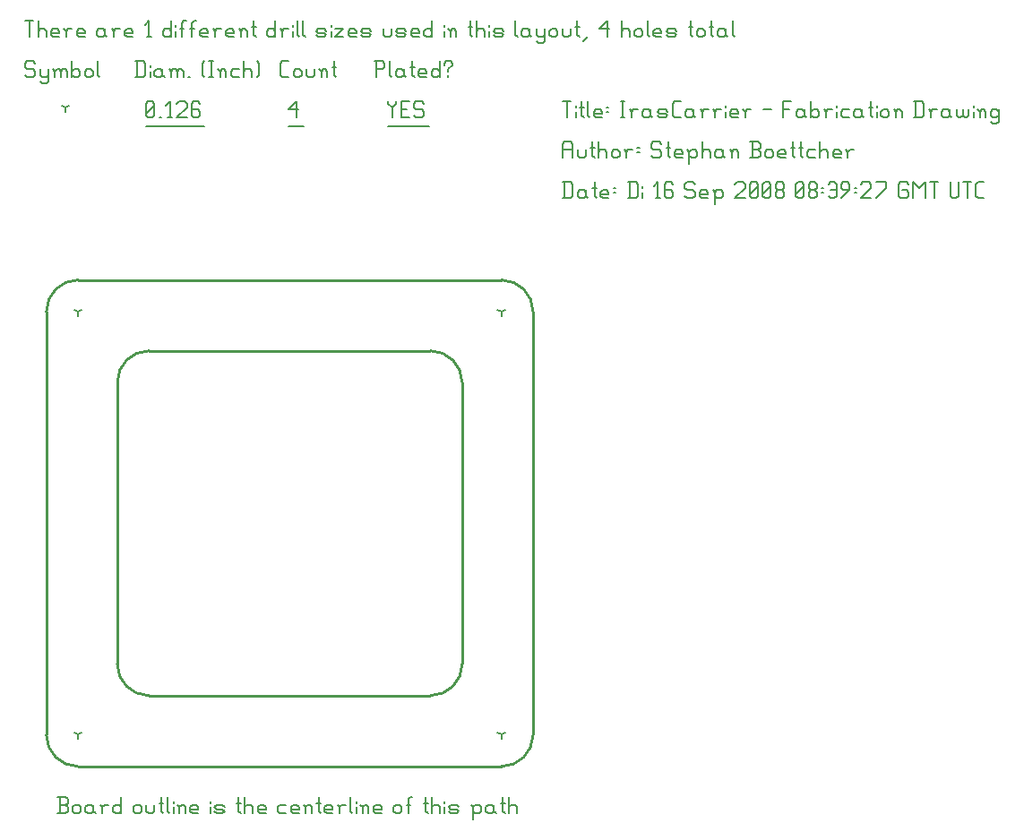
<source format=gbr>
G04 start of page 9 for group -3984 idx -3984 *
G04 Title: IrasCarrier, fab *
G04 Creator: pcb 1.99x *
G04 CreationDate: Di 16 Sep 2008 08:39:27 GMT UTC *
G04 For: stephan *
G04 Format: Gerber/RS-274X *
G04 PCB-Dimensions: 196850 196850 *
G04 PCB-Coordinate-Origin: lower left *
%MOIN*%
%FSLAX24Y24*%
%LNFAB*%
%ADD21C,0.0080*%
%ADD22C,0.0060*%
%ADD23C,0.0100*%
G54D21*X1968Y17716D02*Y17556D01*
Y17716D02*X2107Y17796D01*
X1968Y17716D02*X1829Y17796D01*
X17716Y17716D02*Y17556D01*
Y17716D02*X17855Y17796D01*
X17716Y17716D02*X17577Y17796D01*
X1968Y1968D02*Y1808D01*
Y1968D02*X2107Y2048D01*
X1968Y1968D02*X1829Y2048D01*
X17716Y1968D02*Y1808D01*
Y1968D02*X17855Y2048D01*
X17716Y1968D02*X17577Y2048D01*
X1500Y25310D02*Y25150D01*
Y25310D02*X1638Y25390D01*
X1500Y25310D02*X1361Y25390D01*
G54D22*X13500Y25535D02*Y25460D01*
X13650Y25310D01*
X13800Y25460D01*
Y25535D02*Y25460D01*
X13650Y25310D02*Y24935D01*
X13980Y25235D02*X14205D01*
X13980Y24935D02*X14280D01*
X13980Y25535D02*Y24935D01*
Y25535D02*X14280D01*
X14760D02*X14835Y25460D01*
X14535Y25535D02*X14760D01*
X14460Y25460D02*X14535Y25535D01*
X14460Y25460D02*Y25310D01*
X14535Y25235D01*
X14760D01*
X14835Y25160D01*
Y25010D01*
X14760Y24935D02*X14835Y25010D01*
X14535Y24935D02*X14760D01*
X14460Y25010D02*X14535Y24935D01*
X13500Y24609D02*X15015D01*
X9800Y25235D02*X10100Y25535D01*
X9800Y25235D02*X10175D01*
X10100Y25535D02*Y24935D01*
X9800Y24609D02*X10355D01*
X4500Y25010D02*X4575Y24935D01*
X4500Y25460D02*Y25010D01*
Y25460D02*X4575Y25535D01*
X4725D01*
X4800Y25460D01*
Y25010D01*
X4725Y24935D02*X4800Y25010D01*
X4575Y24935D02*X4725D01*
X4500Y25085D02*X4800Y25385D01*
X4980Y24935D02*X5055D01*
X5310D02*X5460D01*
X5385Y25535D02*Y24935D01*
X5235Y25385D02*X5385Y25535D01*
X5640Y25460D02*X5715Y25535D01*
X5940D01*
X6015Y25460D01*
Y25310D01*
X5640Y24935D02*X6015Y25310D01*
X5640Y24935D02*X6015D01*
X6420Y25535D02*X6495Y25460D01*
X6270Y25535D02*X6420D01*
X6195Y25460D02*X6270Y25535D01*
X6195Y25460D02*Y25010D01*
X6270Y24935D01*
X6420Y25235D02*X6495Y25160D01*
X6195Y25235D02*X6420D01*
X6270Y24935D02*X6420D01*
X6495Y25010D01*
Y25160D02*Y25010D01*
X4500Y24609D02*X6675D01*
X300Y27035D02*X375Y26960D01*
X75Y27035D02*X300D01*
X0Y26960D02*X75Y27035D01*
X0Y26960D02*Y26810D01*
X75Y26735D01*
X300D01*
X375Y26660D01*
Y26510D01*
X300Y26435D02*X375Y26510D01*
X75Y26435D02*X300D01*
X0Y26510D02*X75Y26435D01*
X555Y26735D02*Y26510D01*
X630Y26435D01*
X855Y26735D02*Y26285D01*
X780Y26210D02*X855Y26285D01*
X630Y26210D02*X780D01*
X555Y26285D02*X630Y26210D01*
Y26435D02*X780D01*
X855Y26510D01*
X1110Y26660D02*Y26435D01*
Y26660D02*X1185Y26735D01*
X1260D01*
X1335Y26660D01*
Y26435D01*
Y26660D02*X1410Y26735D01*
X1485D01*
X1560Y26660D01*
Y26435D01*
X1035Y26735D02*X1110Y26660D01*
X1740Y27035D02*Y26435D01*
Y26510D02*X1815Y26435D01*
X1965D01*
X2040Y26510D01*
Y26660D02*Y26510D01*
X1965Y26735D02*X2040Y26660D01*
X1815Y26735D02*X1965D01*
X1740Y26660D02*X1815Y26735D01*
X2220Y26660D02*Y26510D01*
Y26660D02*X2295Y26735D01*
X2445D01*
X2520Y26660D01*
Y26510D01*
X2445Y26435D02*X2520Y26510D01*
X2295Y26435D02*X2445D01*
X2220Y26510D02*X2295Y26435D01*
X2700Y27035D02*Y26510D01*
X2775Y26435D01*
X4175Y27035D02*Y26435D01*
X4400Y27035D02*X4475Y26960D01*
Y26510D01*
X4400Y26435D02*X4475Y26510D01*
X4100Y26435D02*X4400D01*
X4100Y27035D02*X4400D01*
X4655Y26885D02*Y26810D01*
Y26660D02*Y26435D01*
X5030Y26735D02*X5105Y26660D01*
X4880Y26735D02*X5030D01*
X4805Y26660D02*X4880Y26735D01*
X4805Y26660D02*Y26510D01*
X4880Y26435D01*
X5105Y26735D02*Y26510D01*
X5180Y26435D01*
X4880D02*X5030D01*
X5105Y26510D01*
X5435Y26660D02*Y26435D01*
Y26660D02*X5510Y26735D01*
X5585D01*
X5660Y26660D01*
Y26435D01*
Y26660D02*X5735Y26735D01*
X5810D01*
X5885Y26660D01*
Y26435D01*
X5360Y26735D02*X5435Y26660D01*
X6065Y26435D02*X6140D01*
X6590Y26510D02*X6665Y26435D01*
X6590Y26960D02*X6665Y27035D01*
X6590Y26960D02*Y26510D01*
X6845Y27035D02*X6995D01*
X6920D02*Y26435D01*
X6845D02*X6995D01*
X7251Y26660D02*Y26435D01*
Y26660D02*X7326Y26735D01*
X7401D01*
X7476Y26660D01*
Y26435D01*
X7176Y26735D02*X7251Y26660D01*
X7731Y26735D02*X7956D01*
X7656Y26660D02*X7731Y26735D01*
X7656Y26660D02*Y26510D01*
X7731Y26435D01*
X7956D01*
X8136Y27035D02*Y26435D01*
Y26660D02*X8211Y26735D01*
X8361D01*
X8436Y26660D01*
Y26435D01*
X8616Y27035D02*X8691Y26960D01*
Y26510D01*
X8616Y26435D02*X8691Y26510D01*
X9575Y26435D02*X9800D01*
X9500Y26510D02*X9575Y26435D01*
X9500Y26960D02*Y26510D01*
Y26960D02*X9575Y27035D01*
X9800D01*
X9980Y26660D02*Y26510D01*
Y26660D02*X10055Y26735D01*
X10205D01*
X10280Y26660D01*
Y26510D01*
X10205Y26435D02*X10280Y26510D01*
X10055Y26435D02*X10205D01*
X9980Y26510D02*X10055Y26435D01*
X10460Y26735D02*Y26510D01*
X10535Y26435D01*
X10685D01*
X10760Y26510D01*
Y26735D02*Y26510D01*
X11015Y26660D02*Y26435D01*
Y26660D02*X11090Y26735D01*
X11165D01*
X11240Y26660D01*
Y26435D01*
X10940Y26735D02*X11015Y26660D01*
X11495Y27035D02*Y26510D01*
X11570Y26435D01*
X11420Y26810D02*X11570D01*
X13075Y27035D02*Y26435D01*
X13000Y27035D02*X13300D01*
X13375Y26960D01*
Y26810D01*
X13300Y26735D02*X13375Y26810D01*
X13075Y26735D02*X13300D01*
X13555Y27035D02*Y26510D01*
X13630Y26435D01*
X14005Y26735D02*X14080Y26660D01*
X13855Y26735D02*X14005D01*
X13780Y26660D02*X13855Y26735D01*
X13780Y26660D02*Y26510D01*
X13855Y26435D01*
X14080Y26735D02*Y26510D01*
X14155Y26435D01*
X13855D02*X14005D01*
X14080Y26510D01*
X14410Y27035D02*Y26510D01*
X14485Y26435D01*
X14335Y26810D02*X14485D01*
X14710Y26435D02*X14935D01*
X14635Y26510D02*X14710Y26435D01*
X14635Y26660D02*Y26510D01*
Y26660D02*X14710Y26735D01*
X14860D01*
X14935Y26660D01*
X14635Y26585D02*X14935D01*
Y26660D02*Y26585D01*
X15415Y27035D02*Y26435D01*
X15340D02*X15415Y26510D01*
X15190Y26435D02*X15340D01*
X15115Y26510D02*X15190Y26435D01*
X15115Y26660D02*Y26510D01*
Y26660D02*X15190Y26735D01*
X15340D01*
X15415Y26660D01*
X15745Y26735D02*Y26660D01*
Y26510D02*Y26435D01*
X15595Y26960D02*Y26885D01*
Y26960D02*X15670Y27035D01*
X15820D01*
X15895Y26960D01*
Y26885D01*
X15745Y26735D02*X15895Y26885D01*
X0Y28535D02*X300D01*
X150D02*Y27935D01*
X480Y28535D02*Y27935D01*
Y28160D02*X555Y28235D01*
X705D01*
X780Y28160D01*
Y27935D01*
X1035D02*X1260D01*
X960Y28010D02*X1035Y27935D01*
X960Y28160D02*Y28010D01*
Y28160D02*X1035Y28235D01*
X1185D01*
X1260Y28160D01*
X960Y28085D02*X1260D01*
Y28160D02*Y28085D01*
X1515Y28160D02*Y27935D01*
Y28160D02*X1590Y28235D01*
X1740D01*
X1440D02*X1515Y28160D01*
X1995Y27935D02*X2220D01*
X1920Y28010D02*X1995Y27935D01*
X1920Y28160D02*Y28010D01*
Y28160D02*X1995Y28235D01*
X2145D01*
X2220Y28160D01*
X1920Y28085D02*X2220D01*
Y28160D02*Y28085D01*
X2895Y28235D02*X2970Y28160D01*
X2745Y28235D02*X2895D01*
X2670Y28160D02*X2745Y28235D01*
X2670Y28160D02*Y28010D01*
X2745Y27935D01*
X2970Y28235D02*Y28010D01*
X3045Y27935D01*
X2745D02*X2895D01*
X2970Y28010D01*
X3300Y28160D02*Y27935D01*
Y28160D02*X3375Y28235D01*
X3525D01*
X3225D02*X3300Y28160D01*
X3781Y27935D02*X4006D01*
X3706Y28010D02*X3781Y27935D01*
X3706Y28160D02*Y28010D01*
Y28160D02*X3781Y28235D01*
X3931D01*
X4006Y28160D01*
X3706Y28085D02*X4006D01*
Y28160D02*Y28085D01*
X4531Y27935D02*X4681D01*
X4606Y28535D02*Y27935D01*
X4456Y28385D02*X4606Y28535D01*
X5431D02*Y27935D01*
X5356D02*X5431Y28010D01*
X5206Y27935D02*X5356D01*
X5131Y28010D02*X5206Y27935D01*
X5131Y28160D02*Y28010D01*
Y28160D02*X5206Y28235D01*
X5356D01*
X5431Y28160D01*
X5611Y28385D02*Y28310D01*
Y28160D02*Y27935D01*
X5836Y28460D02*Y27935D01*
Y28460D02*X5911Y28535D01*
X5986D01*
X5761Y28235D02*X5911D01*
X6211Y28460D02*Y27935D01*
Y28460D02*X6286Y28535D01*
X6361D01*
X6136Y28235D02*X6286D01*
X6586Y27935D02*X6811D01*
X6511Y28010D02*X6586Y27935D01*
X6511Y28160D02*Y28010D01*
Y28160D02*X6586Y28235D01*
X6736D01*
X6811Y28160D01*
X6511Y28085D02*X6811D01*
Y28160D02*Y28085D01*
X7067Y28160D02*Y27935D01*
Y28160D02*X7142Y28235D01*
X7292D01*
X6992D02*X7067Y28160D01*
X7547Y27935D02*X7772D01*
X7472Y28010D02*X7547Y27935D01*
X7472Y28160D02*Y28010D01*
Y28160D02*X7547Y28235D01*
X7697D01*
X7772Y28160D01*
X7472Y28085D02*X7772D01*
Y28160D02*Y28085D01*
X8027Y28160D02*Y27935D01*
Y28160D02*X8102Y28235D01*
X8177D01*
X8252Y28160D01*
Y27935D01*
X7952Y28235D02*X8027Y28160D01*
X8507Y28535D02*Y28010D01*
X8582Y27935D01*
X8432Y28310D02*X8582D01*
X9302Y28535D02*Y27935D01*
X9227D02*X9302Y28010D01*
X9077Y27935D02*X9227D01*
X9002Y28010D02*X9077Y27935D01*
X9002Y28160D02*Y28010D01*
Y28160D02*X9077Y28235D01*
X9227D01*
X9302Y28160D01*
X9557D02*Y27935D01*
Y28160D02*X9632Y28235D01*
X9782D01*
X9482D02*X9557Y28160D01*
X9963Y28385D02*Y28310D01*
Y28160D02*Y27935D01*
X10113Y28535D02*Y28010D01*
X10188Y27935D01*
X10338Y28535D02*Y28010D01*
X10413Y27935D01*
X10908D02*X11133D01*
X11208Y28010D01*
X11133Y28085D02*X11208Y28010D01*
X10908Y28085D02*X11133D01*
X10833Y28160D02*X10908Y28085D01*
X10833Y28160D02*X10908Y28235D01*
X11133D01*
X11208Y28160D01*
X10833Y28010D02*X10908Y27935D01*
X11388Y28385D02*Y28310D01*
Y28160D02*Y27935D01*
X11538Y28235D02*X11838D01*
X11538Y27935D02*X11838Y28235D01*
X11538Y27935D02*X11838D01*
X12093D02*X12318D01*
X12018Y28010D02*X12093Y27935D01*
X12018Y28160D02*Y28010D01*
Y28160D02*X12093Y28235D01*
X12243D01*
X12318Y28160D01*
X12018Y28085D02*X12318D01*
Y28160D02*Y28085D01*
X12574Y27935D02*X12799D01*
X12874Y28010D01*
X12799Y28085D02*X12874Y28010D01*
X12574Y28085D02*X12799D01*
X12499Y28160D02*X12574Y28085D01*
X12499Y28160D02*X12574Y28235D01*
X12799D01*
X12874Y28160D01*
X12499Y28010D02*X12574Y27935D01*
X13324Y28235D02*Y28010D01*
X13399Y27935D01*
X13549D01*
X13624Y28010D01*
Y28235D02*Y28010D01*
X13879Y27935D02*X14104D01*
X14179Y28010D01*
X14104Y28085D02*X14179Y28010D01*
X13879Y28085D02*X14104D01*
X13804Y28160D02*X13879Y28085D01*
X13804Y28160D02*X13879Y28235D01*
X14104D01*
X14179Y28160D01*
X13804Y28010D02*X13879Y27935D01*
X14434D02*X14659D01*
X14359Y28010D02*X14434Y27935D01*
X14359Y28160D02*Y28010D01*
Y28160D02*X14434Y28235D01*
X14584D01*
X14659Y28160D01*
X14359Y28085D02*X14659D01*
Y28160D02*Y28085D01*
X15139Y28535D02*Y27935D01*
X15064D02*X15139Y28010D01*
X14914Y27935D02*X15064D01*
X14839Y28010D02*X14914Y27935D01*
X14839Y28160D02*Y28010D01*
Y28160D02*X14914Y28235D01*
X15064D01*
X15139Y28160D01*
X15589Y28385D02*Y28310D01*
Y28160D02*Y27935D01*
X15814Y28160D02*Y27935D01*
Y28160D02*X15889Y28235D01*
X15964D01*
X16039Y28160D01*
Y27935D01*
X15739Y28235D02*X15814Y28160D01*
X16565Y28535D02*Y28010D01*
X16640Y27935D01*
X16490Y28310D02*X16640D01*
X16790Y28535D02*Y27935D01*
Y28160D02*X16865Y28235D01*
X17015D01*
X17090Y28160D01*
Y27935D01*
X17270Y28385D02*Y28310D01*
Y28160D02*Y27935D01*
X17495D02*X17720D01*
X17795Y28010D01*
X17720Y28085D02*X17795Y28010D01*
X17495Y28085D02*X17720D01*
X17420Y28160D02*X17495Y28085D01*
X17420Y28160D02*X17495Y28235D01*
X17720D01*
X17795Y28160D01*
X17420Y28010D02*X17495Y27935D01*
X18245Y28535D02*Y28010D01*
X18320Y27935D01*
X18695Y28235D02*X18770Y28160D01*
X18545Y28235D02*X18695D01*
X18470Y28160D02*X18545Y28235D01*
X18470Y28160D02*Y28010D01*
X18545Y27935D01*
X18770Y28235D02*Y28010D01*
X18845Y27935D01*
X18545D02*X18695D01*
X18770Y28010D01*
X19026Y28235D02*Y28010D01*
X19101Y27935D01*
X19326Y28235D02*Y27785D01*
X19251Y27710D02*X19326Y27785D01*
X19101Y27710D02*X19251D01*
X19026Y27785D02*X19101Y27710D01*
Y27935D02*X19251D01*
X19326Y28010D01*
X19506Y28160D02*Y28010D01*
Y28160D02*X19581Y28235D01*
X19731D01*
X19806Y28160D01*
Y28010D01*
X19731Y27935D02*X19806Y28010D01*
X19581Y27935D02*X19731D01*
X19506Y28010D02*X19581Y27935D01*
X19986Y28235D02*Y28010D01*
X20061Y27935D01*
X20211D01*
X20286Y28010D01*
Y28235D02*Y28010D01*
X20541Y28535D02*Y28010D01*
X20616Y27935D01*
X20466Y28310D02*X20616D01*
X20766Y27785D02*X20916Y27935D01*
X21366Y28235D02*X21666Y28535D01*
X21366Y28235D02*X21741D01*
X21666Y28535D02*Y27935D01*
X22191Y28535D02*Y27935D01*
Y28160D02*X22266Y28235D01*
X22416D01*
X22491Y28160D01*
Y27935D01*
X22672Y28160D02*Y28010D01*
Y28160D02*X22747Y28235D01*
X22897D01*
X22972Y28160D01*
Y28010D01*
X22897Y27935D02*X22972Y28010D01*
X22747Y27935D02*X22897D01*
X22672Y28010D02*X22747Y27935D01*
X23152Y28535D02*Y28010D01*
X23227Y27935D01*
X23452D02*X23677D01*
X23377Y28010D02*X23452Y27935D01*
X23377Y28160D02*Y28010D01*
Y28160D02*X23452Y28235D01*
X23602D01*
X23677Y28160D01*
X23377Y28085D02*X23677D01*
Y28160D02*Y28085D01*
X23932Y27935D02*X24157D01*
X24232Y28010D01*
X24157Y28085D02*X24232Y28010D01*
X23932Y28085D02*X24157D01*
X23857Y28160D02*X23932Y28085D01*
X23857Y28160D02*X23932Y28235D01*
X24157D01*
X24232Y28160D01*
X23857Y28010D02*X23932Y27935D01*
X24757Y28535D02*Y28010D01*
X24832Y27935D01*
X24682Y28310D02*X24832D01*
X24982Y28160D02*Y28010D01*
Y28160D02*X25057Y28235D01*
X25207D01*
X25282Y28160D01*
Y28010D01*
X25207Y27935D02*X25282Y28010D01*
X25057Y27935D02*X25207D01*
X24982Y28010D02*X25057Y27935D01*
X25537Y28535D02*Y28010D01*
X25612Y27935D01*
X25462Y28310D02*X25612D01*
X25988Y28235D02*X26063Y28160D01*
X25838Y28235D02*X25988D01*
X25763Y28160D02*X25838Y28235D01*
X25763Y28160D02*Y28010D01*
X25838Y27935D01*
X26063Y28235D02*Y28010D01*
X26138Y27935D01*
X25838D02*X25988D01*
X26063Y28010D01*
X26318Y28535D02*Y28010D01*
X26393Y27935D01*
G54D23*X3425Y4606D02*Y15078D01*
X15078Y3425D02*X4606D01*
X16259Y15078D02*Y4606D01*
X4606Y16259D02*X15078D01*
X787Y1968D02*Y17716D01*
X17716Y787D02*X1968D01*
X18897Y17716D02*Y1968D01*
X1968Y18897D02*X17716D01*
X4606Y3425D02*G75*G02X3425Y4606I0J1181D01*G01*
X16259D02*G75*G02X15078Y3425I-1181J0D01*G01*
X16259Y15078D02*G75*G03X15078Y16259I-1181J0D01*G01*
X3425Y15078D02*G75*G02X4606Y16259I1181J0D01*G01*
X1968Y787D02*G75*G02X787Y1968I0J1181D01*G01*
X18897D02*G75*G02X17716Y787I-1181J0D01*G01*
Y18897D02*G75*G02X18897Y17716I0J-1181D01*G01*
X787D02*G75*G02X1968Y18897I1181J0D01*G01*
G54D22*X1207Y-950D02*X1507D01*
X1582Y-875D01*
Y-725D02*Y-875D01*
X1507Y-650D02*X1582Y-725D01*
X1282Y-650D02*X1507D01*
X1282Y-350D02*Y-950D01*
X1207Y-350D02*X1507D01*
X1582Y-425D01*
Y-575D01*
X1507Y-650D02*X1582Y-575D01*
X1762Y-725D02*Y-875D01*
Y-725D02*X1837Y-650D01*
X1987D01*
X2062Y-725D01*
Y-875D01*
X1987Y-950D02*X2062Y-875D01*
X1837Y-950D02*X1987D01*
X1762Y-875D02*X1837Y-950D01*
X2467Y-650D02*X2542Y-725D01*
X2317Y-650D02*X2467D01*
X2242Y-725D02*X2317Y-650D01*
X2242Y-725D02*Y-875D01*
X2317Y-950D01*
X2542Y-650D02*Y-875D01*
X2617Y-950D01*
X2317D02*X2467D01*
X2542Y-875D01*
X2872Y-725D02*Y-950D01*
Y-725D02*X2947Y-650D01*
X3097D01*
X2797D02*X2872Y-725D01*
X3577Y-350D02*Y-950D01*
X3502D02*X3577Y-875D01*
X3352Y-950D02*X3502D01*
X3277Y-875D02*X3352Y-950D01*
X3277Y-725D02*Y-875D01*
Y-725D02*X3352Y-650D01*
X3502D01*
X3577Y-725D01*
X4028D02*Y-875D01*
Y-725D02*X4103Y-650D01*
X4253D01*
X4328Y-725D01*
Y-875D01*
X4253Y-950D02*X4328Y-875D01*
X4103Y-950D02*X4253D01*
X4028Y-875D02*X4103Y-950D01*
X4508Y-650D02*Y-875D01*
X4583Y-950D01*
X4733D01*
X4808Y-875D01*
Y-650D02*Y-875D01*
X5063Y-350D02*Y-875D01*
X5138Y-950D01*
X4988Y-575D02*X5138D01*
X5288Y-350D02*Y-875D01*
X5363Y-950D01*
X5513Y-500D02*Y-575D01*
Y-725D02*Y-950D01*
X5738Y-725D02*Y-950D01*
Y-725D02*X5813Y-650D01*
X5888D01*
X5963Y-725D01*
Y-950D01*
X5663Y-650D02*X5738Y-725D01*
X6218Y-950D02*X6443D01*
X6143Y-875D02*X6218Y-950D01*
X6143Y-725D02*Y-875D01*
Y-725D02*X6218Y-650D01*
X6368D01*
X6443Y-725D01*
X6143Y-800D02*X6443D01*
Y-725D02*Y-800D01*
X6894Y-500D02*Y-575D01*
Y-725D02*Y-950D01*
X7119D02*X7344D01*
X7419Y-875D01*
X7344Y-800D02*X7419Y-875D01*
X7119Y-800D02*X7344D01*
X7044Y-725D02*X7119Y-800D01*
X7044Y-725D02*X7119Y-650D01*
X7344D01*
X7419Y-725D01*
X7044Y-875D02*X7119Y-950D01*
X7944Y-350D02*Y-875D01*
X8019Y-950D01*
X7869Y-575D02*X8019D01*
X8169Y-350D02*Y-950D01*
Y-725D02*X8244Y-650D01*
X8394D01*
X8469Y-725D01*
Y-950D01*
X8724D02*X8949D01*
X8649Y-875D02*X8724Y-950D01*
X8649Y-725D02*Y-875D01*
Y-725D02*X8724Y-650D01*
X8874D01*
X8949Y-725D01*
X8649Y-800D02*X8949D01*
Y-725D02*Y-800D01*
X9474Y-650D02*X9699D01*
X9399Y-725D02*X9474Y-650D01*
X9399Y-725D02*Y-875D01*
X9474Y-950D01*
X9699D01*
X9955D02*X10180D01*
X9880Y-875D02*X9955Y-950D01*
X9880Y-725D02*Y-875D01*
Y-725D02*X9955Y-650D01*
X10105D01*
X10180Y-725D01*
X9880Y-800D02*X10180D01*
Y-725D02*Y-800D01*
X10435Y-725D02*Y-950D01*
Y-725D02*X10510Y-650D01*
X10585D01*
X10660Y-725D01*
Y-950D01*
X10360Y-650D02*X10435Y-725D01*
X10915Y-350D02*Y-875D01*
X10990Y-950D01*
X10840Y-575D02*X10990D01*
X11215Y-950D02*X11440D01*
X11140Y-875D02*X11215Y-950D01*
X11140Y-725D02*Y-875D01*
Y-725D02*X11215Y-650D01*
X11365D01*
X11440Y-725D01*
X11140Y-800D02*X11440D01*
Y-725D02*Y-800D01*
X11695Y-725D02*Y-950D01*
Y-725D02*X11770Y-650D01*
X11920D01*
X11620D02*X11695Y-725D01*
X12100Y-350D02*Y-875D01*
X12175Y-950D01*
X12325Y-500D02*Y-575D01*
Y-725D02*Y-950D01*
X12551Y-725D02*Y-950D01*
Y-725D02*X12626Y-650D01*
X12701D01*
X12776Y-725D01*
Y-950D01*
X12476Y-650D02*X12551Y-725D01*
X13031Y-950D02*X13256D01*
X12956Y-875D02*X13031Y-950D01*
X12956Y-725D02*Y-875D01*
Y-725D02*X13031Y-650D01*
X13181D01*
X13256Y-725D01*
X12956Y-800D02*X13256D01*
Y-725D02*Y-800D01*
X13706Y-725D02*Y-875D01*
Y-725D02*X13781Y-650D01*
X13931D01*
X14006Y-725D01*
Y-875D01*
X13931Y-950D02*X14006Y-875D01*
X13781Y-950D02*X13931D01*
X13706Y-875D02*X13781Y-950D01*
X14261Y-425D02*Y-950D01*
Y-425D02*X14336Y-350D01*
X14411D01*
X14186Y-650D02*X14336D01*
X14906Y-350D02*Y-875D01*
X14981Y-950D01*
X14831Y-575D02*X14981D01*
X15131Y-350D02*Y-950D01*
Y-725D02*X15206Y-650D01*
X15356D01*
X15431Y-725D01*
Y-950D01*
X15611Y-500D02*Y-575D01*
Y-725D02*Y-950D01*
X15837D02*X16062D01*
X16137Y-875D01*
X16062Y-800D02*X16137Y-875D01*
X15837Y-800D02*X16062D01*
X15762Y-725D02*X15837Y-800D01*
X15762Y-725D02*X15837Y-650D01*
X16062D01*
X16137Y-725D01*
X15762Y-875D02*X15837Y-950D01*
X16662Y-725D02*Y-1175D01*
X16587Y-650D02*X16662Y-725D01*
X16737Y-650D01*
X16887D01*
X16962Y-725D01*
Y-875D01*
X16887Y-950D02*X16962Y-875D01*
X16737Y-950D02*X16887D01*
X16662Y-875D02*X16737Y-950D01*
X17367Y-650D02*X17442Y-725D01*
X17217Y-650D02*X17367D01*
X17142Y-725D02*X17217Y-650D01*
X17142Y-725D02*Y-875D01*
X17217Y-950D01*
X17442Y-650D02*Y-875D01*
X17517Y-950D01*
X17217D02*X17367D01*
X17442Y-875D01*
X17772Y-350D02*Y-875D01*
X17847Y-950D01*
X17697Y-575D02*X17847D01*
X17997Y-350D02*Y-950D01*
Y-725D02*X18072Y-650D01*
X18222D01*
X18297Y-725D01*
Y-950D01*
X20075Y22535D02*Y21935D01*
X20300Y22535D02*X20375Y22460D01*
Y22010D01*
X20300Y21935D02*X20375Y22010D01*
X20000Y21935D02*X20300D01*
X20000Y22535D02*X20300D01*
X20780Y22235D02*X20855Y22160D01*
X20630Y22235D02*X20780D01*
X20555Y22160D02*X20630Y22235D01*
X20555Y22160D02*Y22010D01*
X20630Y21935D01*
X20855Y22235D02*Y22010D01*
X20930Y21935D01*
X20630D02*X20780D01*
X20855Y22010D01*
X21185Y22535D02*Y22010D01*
X21260Y21935D01*
X21110Y22310D02*X21260D01*
X21485Y21935D02*X21710D01*
X21410Y22010D02*X21485Y21935D01*
X21410Y22160D02*Y22010D01*
Y22160D02*X21485Y22235D01*
X21635D01*
X21710Y22160D01*
X21410Y22085D02*X21710D01*
Y22160D02*Y22085D01*
X21890Y22310D02*X21965D01*
X21890Y22160D02*X21965D01*
X22490Y22535D02*Y21935D01*
X22715Y22535D02*X22790Y22460D01*
Y22010D01*
X22715Y21935D02*X22790Y22010D01*
X22415Y21935D02*X22715D01*
X22415Y22535D02*X22715D01*
X22970Y22385D02*Y22310D01*
Y22160D02*Y21935D01*
X23466D02*X23616D01*
X23541Y22535D02*Y21935D01*
X23391Y22385D02*X23541Y22535D01*
X24021D02*X24096Y22460D01*
X23871Y22535D02*X24021D01*
X23796Y22460D02*X23871Y22535D01*
X23796Y22460D02*Y22010D01*
X23871Y21935D01*
X24021Y22235D02*X24096Y22160D01*
X23796Y22235D02*X24021D01*
X23871Y21935D02*X24021D01*
X24096Y22010D01*
Y22160D02*Y22010D01*
X24846Y22535D02*X24921Y22460D01*
X24621Y22535D02*X24846D01*
X24546Y22460D02*X24621Y22535D01*
X24546Y22460D02*Y22310D01*
X24621Y22235D01*
X24846D01*
X24921Y22160D01*
Y22010D01*
X24846Y21935D02*X24921Y22010D01*
X24621Y21935D02*X24846D01*
X24546Y22010D02*X24621Y21935D01*
X25176D02*X25401D01*
X25101Y22010D02*X25176Y21935D01*
X25101Y22160D02*Y22010D01*
Y22160D02*X25176Y22235D01*
X25326D01*
X25401Y22160D01*
X25101Y22085D02*X25401D01*
Y22160D02*Y22085D01*
X25656Y22160D02*Y21710D01*
X25581Y22235D02*X25656Y22160D01*
X25731Y22235D01*
X25881D01*
X25956Y22160D01*
Y22010D01*
X25881Y21935D02*X25956Y22010D01*
X25731Y21935D02*X25881D01*
X25656Y22010D02*X25731Y21935D01*
X26406Y22460D02*X26481Y22535D01*
X26706D01*
X26781Y22460D01*
Y22310D01*
X26406Y21935D02*X26781Y22310D01*
X26406Y21935D02*X26781D01*
X26961Y22010D02*X27036Y21935D01*
X26961Y22460D02*Y22010D01*
Y22460D02*X27036Y22535D01*
X27186D01*
X27261Y22460D01*
Y22010D01*
X27186Y21935D02*X27261Y22010D01*
X27036Y21935D02*X27186D01*
X26961Y22085D02*X27261Y22385D01*
X27442Y22010D02*X27517Y21935D01*
X27442Y22460D02*Y22010D01*
Y22460D02*X27517Y22535D01*
X27667D01*
X27742Y22460D01*
Y22010D01*
X27667Y21935D02*X27742Y22010D01*
X27517Y21935D02*X27667D01*
X27442Y22085D02*X27742Y22385D01*
X27922Y22010D02*X27997Y21935D01*
X27922Y22160D02*Y22010D01*
Y22160D02*X27997Y22235D01*
X28147D01*
X28222Y22160D01*
Y22010D01*
X28147Y21935D02*X28222Y22010D01*
X27997Y21935D02*X28147D01*
X27922Y22310D02*X27997Y22235D01*
X27922Y22460D02*Y22310D01*
Y22460D02*X27997Y22535D01*
X28147D01*
X28222Y22460D01*
Y22310D01*
X28147Y22235D02*X28222Y22310D01*
X28672Y22010D02*X28747Y21935D01*
X28672Y22460D02*Y22010D01*
Y22460D02*X28747Y22535D01*
X28897D01*
X28972Y22460D01*
Y22010D01*
X28897Y21935D02*X28972Y22010D01*
X28747Y21935D02*X28897D01*
X28672Y22085D02*X28972Y22385D01*
X29152Y22010D02*X29227Y21935D01*
X29152Y22160D02*Y22010D01*
Y22160D02*X29227Y22235D01*
X29377D01*
X29452Y22160D01*
Y22010D01*
X29377Y21935D02*X29452Y22010D01*
X29227Y21935D02*X29377D01*
X29152Y22310D02*X29227Y22235D01*
X29152Y22460D02*Y22310D01*
Y22460D02*X29227Y22535D01*
X29377D01*
X29452Y22460D01*
Y22310D01*
X29377Y22235D02*X29452Y22310D01*
X29632D02*X29707D01*
X29632Y22160D02*X29707D01*
X29887Y22460D02*X29962Y22535D01*
X30112D01*
X30187Y22460D01*
Y22010D01*
X30112Y21935D02*X30187Y22010D01*
X29962Y21935D02*X30112D01*
X29887Y22010D02*X29962Y21935D01*
Y22235D02*X30187D01*
X30368Y21935D02*X30668Y22235D01*
Y22460D02*Y22235D01*
X30593Y22535D02*X30668Y22460D01*
X30443Y22535D02*X30593D01*
X30368Y22460D02*X30443Y22535D01*
X30368Y22460D02*Y22310D01*
X30443Y22235D01*
X30668D01*
X30848Y22310D02*X30923D01*
X30848Y22160D02*X30923D01*
X31103Y22460D02*X31178Y22535D01*
X31403D01*
X31478Y22460D01*
Y22310D01*
X31103Y21935D02*X31478Y22310D01*
X31103Y21935D02*X31478D01*
X31658D02*X32033Y22310D01*
Y22535D02*Y22310D01*
X31658Y22535D02*X32033D01*
X32783D02*X32858Y22460D01*
X32558Y22535D02*X32783D01*
X32483Y22460D02*X32558Y22535D01*
X32483Y22460D02*Y22010D01*
X32558Y21935D01*
X32783D01*
X32858Y22010D01*
Y22160D02*Y22010D01*
X32783Y22235D02*X32858Y22160D01*
X32633Y22235D02*X32783D01*
X33038Y22535D02*Y21935D01*
Y22535D02*X33263Y22310D01*
X33488Y22535D01*
Y21935D01*
X33668Y22535D02*X33968D01*
X33818D02*Y21935D01*
X34419Y22535D02*Y22010D01*
X34494Y21935D01*
X34644D01*
X34719Y22010D01*
Y22535D02*Y22010D01*
X34899Y22535D02*X35199D01*
X35049D02*Y21935D01*
X35454D02*X35679D01*
X35379Y22010D02*X35454Y21935D01*
X35379Y22460D02*Y22010D01*
Y22460D02*X35454Y22535D01*
X35679D01*
X20000Y23960D02*Y23435D01*
Y23960D02*X20075Y24035D01*
X20300D01*
X20375Y23960D01*
Y23435D01*
X20000Y23735D02*X20375D01*
X20555D02*Y23510D01*
X20630Y23435D01*
X20780D01*
X20855Y23510D01*
Y23735D02*Y23510D01*
X21110Y24035D02*Y23510D01*
X21185Y23435D01*
X21035Y23810D02*X21185D01*
X21335Y24035D02*Y23435D01*
Y23660D02*X21410Y23735D01*
X21560D01*
X21635Y23660D01*
Y23435D01*
X21815Y23660D02*Y23510D01*
Y23660D02*X21890Y23735D01*
X22040D01*
X22115Y23660D01*
Y23510D01*
X22040Y23435D02*X22115Y23510D01*
X21890Y23435D02*X22040D01*
X21815Y23510D02*X21890Y23435D01*
X22370Y23660D02*Y23435D01*
Y23660D02*X22445Y23735D01*
X22595D01*
X22295D02*X22370Y23660D01*
X22775Y23810D02*X22850D01*
X22775Y23660D02*X22850D01*
X23601Y24035D02*X23676Y23960D01*
X23376Y24035D02*X23601D01*
X23301Y23960D02*X23376Y24035D01*
X23301Y23960D02*Y23810D01*
X23376Y23735D01*
X23601D01*
X23676Y23660D01*
Y23510D01*
X23601Y23435D02*X23676Y23510D01*
X23376Y23435D02*X23601D01*
X23301Y23510D02*X23376Y23435D01*
X23931Y24035D02*Y23510D01*
X24006Y23435D01*
X23856Y23810D02*X24006D01*
X24231Y23435D02*X24456D01*
X24156Y23510D02*X24231Y23435D01*
X24156Y23660D02*Y23510D01*
Y23660D02*X24231Y23735D01*
X24381D01*
X24456Y23660D01*
X24156Y23585D02*X24456D01*
Y23660D02*Y23585D01*
X24711Y23660D02*Y23210D01*
X24636Y23735D02*X24711Y23660D01*
X24786Y23735D01*
X24936D01*
X25011Y23660D01*
Y23510D01*
X24936Y23435D02*X25011Y23510D01*
X24786Y23435D02*X24936D01*
X24711Y23510D02*X24786Y23435D01*
X25191Y24035D02*Y23435D01*
Y23660D02*X25266Y23735D01*
X25416D01*
X25491Y23660D01*
Y23435D01*
X25896Y23735D02*X25971Y23660D01*
X25746Y23735D02*X25896D01*
X25671Y23660D02*X25746Y23735D01*
X25671Y23660D02*Y23510D01*
X25746Y23435D01*
X25971Y23735D02*Y23510D01*
X26046Y23435D01*
X25746D02*X25896D01*
X25971Y23510D01*
X26301Y23660D02*Y23435D01*
Y23660D02*X26376Y23735D01*
X26451D01*
X26526Y23660D01*
Y23435D01*
X26226Y23735D02*X26301Y23660D01*
X26977Y23435D02*X27277D01*
X27352Y23510D01*
Y23660D02*Y23510D01*
X27277Y23735D02*X27352Y23660D01*
X27052Y23735D02*X27277D01*
X27052Y24035D02*Y23435D01*
X26977Y24035D02*X27277D01*
X27352Y23960D01*
Y23810D01*
X27277Y23735D02*X27352Y23810D01*
X27532Y23660D02*Y23510D01*
Y23660D02*X27607Y23735D01*
X27757D01*
X27832Y23660D01*
Y23510D01*
X27757Y23435D02*X27832Y23510D01*
X27607Y23435D02*X27757D01*
X27532Y23510D02*X27607Y23435D01*
X28087D02*X28312D01*
X28012Y23510D02*X28087Y23435D01*
X28012Y23660D02*Y23510D01*
Y23660D02*X28087Y23735D01*
X28237D01*
X28312Y23660D01*
X28012Y23585D02*X28312D01*
Y23660D02*Y23585D01*
X28567Y24035D02*Y23510D01*
X28642Y23435D01*
X28492Y23810D02*X28642D01*
X28867Y24035D02*Y23510D01*
X28942Y23435D01*
X28792Y23810D02*X28942D01*
X29167Y23735D02*X29392D01*
X29092Y23660D02*X29167Y23735D01*
X29092Y23660D02*Y23510D01*
X29167Y23435D01*
X29392D01*
X29573Y24035D02*Y23435D01*
Y23660D02*X29648Y23735D01*
X29798D01*
X29873Y23660D01*
Y23435D01*
X30128D02*X30353D01*
X30053Y23510D02*X30128Y23435D01*
X30053Y23660D02*Y23510D01*
Y23660D02*X30128Y23735D01*
X30278D01*
X30353Y23660D01*
X30053Y23585D02*X30353D01*
Y23660D02*Y23585D01*
X30608Y23660D02*Y23435D01*
Y23660D02*X30683Y23735D01*
X30833D01*
X30533D02*X30608Y23660D01*
X20000Y25535D02*X20300D01*
X20150D02*Y24935D01*
X20480Y25385D02*Y25310D01*
Y25160D02*Y24935D01*
X20705Y25535D02*Y25010D01*
X20780Y24935D01*
X20630Y25310D02*X20780D01*
X20930Y25535D02*Y25010D01*
X21005Y24935D01*
X21230D02*X21455D01*
X21155Y25010D02*X21230Y24935D01*
X21155Y25160D02*Y25010D01*
Y25160D02*X21230Y25235D01*
X21380D01*
X21455Y25160D01*
X21155Y25085D02*X21455D01*
Y25160D02*Y25085D01*
X21635Y25310D02*X21710D01*
X21635Y25160D02*X21710D01*
X22160Y25535D02*X22310D01*
X22235D02*Y24935D01*
X22160D02*X22310D01*
X22566Y25160D02*Y24935D01*
Y25160D02*X22641Y25235D01*
X22791D01*
X22491D02*X22566Y25160D01*
X23196Y25235D02*X23271Y25160D01*
X23046Y25235D02*X23196D01*
X22971Y25160D02*X23046Y25235D01*
X22971Y25160D02*Y25010D01*
X23046Y24935D01*
X23271Y25235D02*Y25010D01*
X23346Y24935D01*
X23046D02*X23196D01*
X23271Y25010D01*
X23601Y24935D02*X23826D01*
X23901Y25010D01*
X23826Y25085D02*X23901Y25010D01*
X23601Y25085D02*X23826D01*
X23526Y25160D02*X23601Y25085D01*
X23526Y25160D02*X23601Y25235D01*
X23826D01*
X23901Y25160D01*
X23526Y25010D02*X23601Y24935D01*
X24156D02*X24381D01*
X24081Y25010D02*X24156Y24935D01*
X24081Y25460D02*Y25010D01*
Y25460D02*X24156Y25535D01*
X24381D01*
X24786Y25235D02*X24861Y25160D01*
X24636Y25235D02*X24786D01*
X24561Y25160D02*X24636Y25235D01*
X24561Y25160D02*Y25010D01*
X24636Y24935D01*
X24861Y25235D02*Y25010D01*
X24936Y24935D01*
X24636D02*X24786D01*
X24861Y25010D01*
X25191Y25160D02*Y24935D01*
Y25160D02*X25266Y25235D01*
X25416D01*
X25116D02*X25191Y25160D01*
X25671D02*Y24935D01*
Y25160D02*X25746Y25235D01*
X25896D01*
X25596D02*X25671Y25160D01*
X26077Y25385D02*Y25310D01*
Y25160D02*Y24935D01*
X26302D02*X26527D01*
X26227Y25010D02*X26302Y24935D01*
X26227Y25160D02*Y25010D01*
Y25160D02*X26302Y25235D01*
X26452D01*
X26527Y25160D01*
X26227Y25085D02*X26527D01*
Y25160D02*Y25085D01*
X26782Y25160D02*Y24935D01*
Y25160D02*X26857Y25235D01*
X27007D01*
X26707D02*X26782Y25160D01*
X27457Y25235D02*X27757D01*
X28207Y25535D02*Y24935D01*
Y25535D02*X28507D01*
X28207Y25235D02*X28432D01*
X28912D02*X28987Y25160D01*
X28762Y25235D02*X28912D01*
X28687Y25160D02*X28762Y25235D01*
X28687Y25160D02*Y25010D01*
X28762Y24935D01*
X28987Y25235D02*Y25010D01*
X29062Y24935D01*
X28762D02*X28912D01*
X28987Y25010D01*
X29243Y25535D02*Y24935D01*
Y25010D02*X29318Y24935D01*
X29468D01*
X29543Y25010D01*
Y25160D02*Y25010D01*
X29468Y25235D02*X29543Y25160D01*
X29318Y25235D02*X29468D01*
X29243Y25160D02*X29318Y25235D01*
X29798Y25160D02*Y24935D01*
Y25160D02*X29873Y25235D01*
X30023D01*
X29723D02*X29798Y25160D01*
X30203Y25385D02*Y25310D01*
Y25160D02*Y24935D01*
X30428Y25235D02*X30653D01*
X30353Y25160D02*X30428Y25235D01*
X30353Y25160D02*Y25010D01*
X30428Y24935D01*
X30653D01*
X31058Y25235D02*X31133Y25160D01*
X30908Y25235D02*X31058D01*
X30833Y25160D02*X30908Y25235D01*
X30833Y25160D02*Y25010D01*
X30908Y24935D01*
X31133Y25235D02*Y25010D01*
X31208Y24935D01*
X30908D02*X31058D01*
X31133Y25010D01*
X31463Y25535D02*Y25010D01*
X31538Y24935D01*
X31388Y25310D02*X31538D01*
X31688Y25385D02*Y25310D01*
Y25160D02*Y24935D01*
X31839Y25160D02*Y25010D01*
Y25160D02*X31914Y25235D01*
X32064D01*
X32139Y25160D01*
Y25010D01*
X32064Y24935D02*X32139Y25010D01*
X31914Y24935D02*X32064D01*
X31839Y25010D02*X31914Y24935D01*
X32394Y25160D02*Y24935D01*
Y25160D02*X32469Y25235D01*
X32544D01*
X32619Y25160D01*
Y24935D01*
X32319Y25235D02*X32394Y25160D01*
X33144Y25535D02*Y24935D01*
X33369Y25535D02*X33444Y25460D01*
Y25010D01*
X33369Y24935D02*X33444Y25010D01*
X33069Y24935D02*X33369D01*
X33069Y25535D02*X33369D01*
X33699Y25160D02*Y24935D01*
Y25160D02*X33774Y25235D01*
X33924D01*
X33624D02*X33699Y25160D01*
X34329Y25235D02*X34404Y25160D01*
X34179Y25235D02*X34329D01*
X34104Y25160D02*X34179Y25235D01*
X34104Y25160D02*Y25010D01*
X34179Y24935D01*
X34404Y25235D02*Y25010D01*
X34479Y24935D01*
X34179D02*X34329D01*
X34404Y25010D01*
X34659Y25235D02*Y25010D01*
X34734Y24935D01*
X34809D01*
X34884Y25010D01*
Y25235D02*Y25010D01*
X34959Y24935D01*
X35034D01*
X35109Y25010D01*
Y25235D02*Y25010D01*
X35289Y25385D02*Y25310D01*
Y25160D02*Y24935D01*
X35515Y25160D02*Y24935D01*
Y25160D02*X35590Y25235D01*
X35665D01*
X35740Y25160D01*
Y24935D01*
X35440Y25235D02*X35515Y25160D01*
X36145Y25235D02*X36220Y25160D01*
X35995Y25235D02*X36145D01*
X35920Y25160D02*X35995Y25235D01*
X35920Y25160D02*Y25010D01*
X35995Y24935D01*
X36145D01*
X36220Y25010D01*
X35920Y24785D02*X35995Y24710D01*
X36145D01*
X36220Y24785D01*
Y25235D02*Y24785D01*
M02*

</source>
